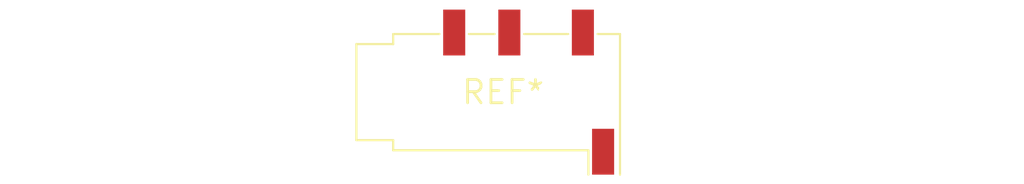
<source format=kicad_pcb>
(kicad_pcb (version 20240108) (generator pcbnew)
  (layers (0 "F.Cu" signal) (31 "B.Cu" signal) (34 "B.Paste" user) (35 "F.Paste" user) (36 "B.SilkS" user "B.Silkscreen") (37 "F.SilkS" user "F.Silkscreen") (38 "B.Mask" user) (39 "F.Mask" user) (44 "Edge.Cuts" user))
  (net 0 "")
  (footprint "Jack_3.5mm_KoreanHropartsElec_PJ-320D-4A_Horizontal" (layer "F.Cu") (at 0 0)
    (property "Reference" "REF**")
    (property "Value" "Jack_3.5mm_KoreanHropartsElec_PJ-320D-4A_Horizontal")
    (fp_line (start -8.47 -2.62) (end -6.47 -2.62) (layer "F.SilkS") (stroke (width 0.12)))
    (fp_line (start -8.47 2.62) (end -8.47 -2.62) (layer "F.SilkS") (stroke (width 0.12)))
    (fp_line (start -6.47 -3.17) (end -3.95 -3.17) (layer "F.SilkS") (stroke (width 0.12)))
    (fp_line (start -6.47 -2.62) (end -6.47 -3.17) (layer "F.SilkS") (stroke (width 0.12)))
    (fp_line (start -6.47 2.62) (end -8.47 2.62) (layer "F.SilkS") (stroke (width 0.12)))
    (fp_line (start -6.47 3.17) (end -6.47 2.62) (layer "F.SilkS") (stroke (width 0.12)))
    (fp_line (start -2.35 -3.17) (end -0.95 -3.17) (layer "F.SilkS") (stroke (width 0.12)))
    (fp_line (start 0.65 -3.17) (end 3.05 -3.17) (layer "F.SilkS") (stroke (width 0.12)))
    (fp_line (start 4.15 3.17) (end -6.47 3.17) (layer "F.SilkS") (stroke (width 0.12)))
    (fp_line (start 4.15 4.5) (end 4.15 3.17) (layer "F.SilkS") (stroke (width 0.12)))
    (fp_line (start 5.87 -3.17) (end 4.65 -3.17) (layer "F.SilkS") (stroke (width 0.12)))
    (fp_line (start 5.87 -3.17) (end 5.87 4.5) (layer "F.SilkS") (stroke (width 0.12)))
    (pad "" np_thru_hole circle (at -4.75 0) (size 1.6 1.6) (drill 1.6) (layers F&B.Cu *.Mask))
    (pad "" np_thru_hole circle (at 2.25 0) (size 1.6 1.6) (drill 1.6) (layers F&B.Cu *.Mask))
    (pad "R1" smd rect (at -0.15 -3.25) (size 1.2 2.5) (layers "F.Cu" "F.Paste" "F.Mask"))
    (pad "R2" smd rect (at -3.15 -3.25) (size 1.2 2.5) (layers "F.Cu" "F.Paste" "F.Mask"))
    (pad "S" smd rect (at 4.95 3.25) (size 1.2 2.5) (layers "F.Cu" "F.Paste" "F.Mask"))
    (pad "T" smd rect (at 3.85 -3.25) (size 1.2 2.5) (layers "F.Cu" "F.Paste" "F.Mask"))
  )
)
</source>
